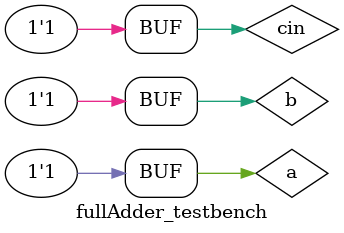
<source format=sv>
`timescale 1ns/10ps

module fullAdder(sum, cout, a, b, cin);
		output logic sum, cout;
		input logic a, b, cin;
		
		parameter delay = 0.05;
		
		//Compute sum
		xor #delay (sum, a, b, cin);
		
		//Compute cout
		logic ab, acin, bcin;
		and #delay (ab, a, b);
		and #delay (acin, a, cin);
		and #delay (bcin, b, cin);
		or #delay (cout, ab, acin, bcin);
endmodule

module fullAdder_testbench();
		logic sum, cout, a, b, cin;
		
		fullAdder dut (.sum, .cout, .a, .b, .cin);
		
		initial begin
				a = 0; b = 0; cin = 0; #10;
				a = 0; b = 1; cin = 0; #10;
				a = 1; b = 0; cin = 0; #10;
				a = 1; b = 1; cin = 0; #10;
				a = 0; b = 0; cin = 1; #10;
				a = 0; b = 1; cin = 1; #10;
				a = 1; b = 0; cin = 1; #10;
				a = 1; b = 1; cin = 1; #10;
		end
endmodule
</source>
